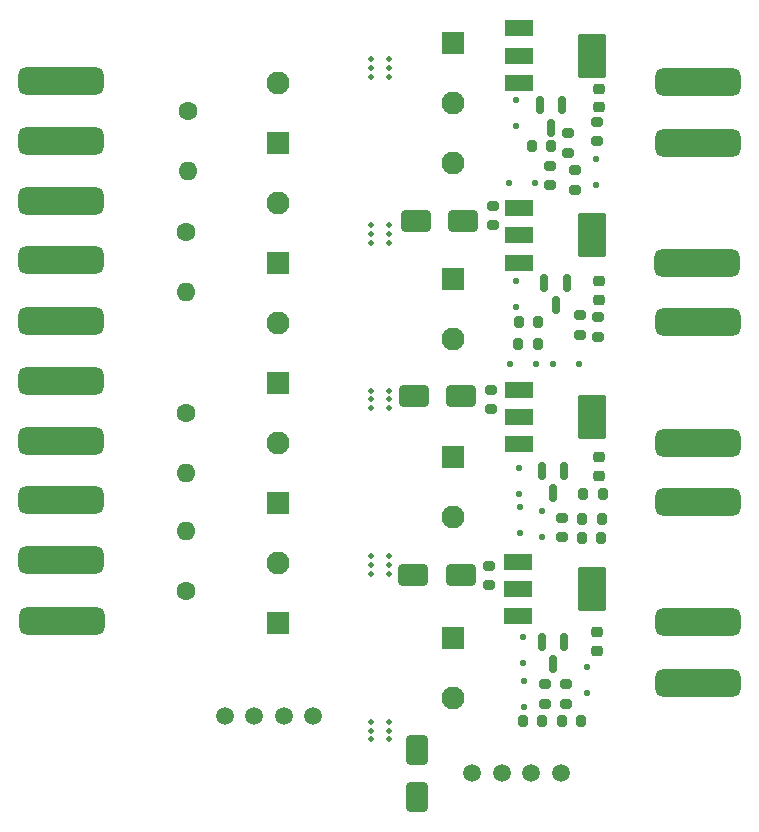
<source format=gbr>
%TF.GenerationSoftware,KiCad,Pcbnew,7.0.11*%
%TF.CreationDate,2024-11-09T09:44:04-05:00*%
%TF.ProjectId,14.1.4 - PMOS - PLC Connector Combined,31342e31-2e34-4202-9d20-504d4f53202d,rev?*%
%TF.SameCoordinates,Original*%
%TF.FileFunction,Soldermask,Top*%
%TF.FilePolarity,Negative*%
%FSLAX46Y46*%
G04 Gerber Fmt 4.6, Leading zero omitted, Abs format (unit mm)*
G04 Created by KiCad (PCBNEW 7.0.11) date 2024-11-09 09:44:04*
%MOMM*%
%LPD*%
G01*
G04 APERTURE LIST*
G04 Aperture macros list*
%AMRoundRect*
0 Rectangle with rounded corners*
0 $1 Rounding radius*
0 $2 $3 $4 $5 $6 $7 $8 $9 X,Y pos of 4 corners*
0 Add a 4 corners polygon primitive as box body*
4,1,4,$2,$3,$4,$5,$6,$7,$8,$9,$2,$3,0*
0 Add four circle primitives for the rounded corners*
1,1,$1+$1,$2,$3*
1,1,$1+$1,$4,$5*
1,1,$1+$1,$6,$7*
1,1,$1+$1,$8,$9*
0 Add four rect primitives between the rounded corners*
20,1,$1+$1,$2,$3,$4,$5,0*
20,1,$1+$1,$4,$5,$6,$7,0*
20,1,$1+$1,$6,$7,$8,$9,0*
20,1,$1+$1,$8,$9,$2,$3,0*%
G04 Aperture macros list end*
%ADD10RoundRect,0.200000X-0.275000X0.200000X-0.275000X-0.200000X0.275000X-0.200000X0.275000X0.200000X0*%
%ADD11RoundRect,0.125000X0.125000X-0.125000X0.125000X0.125000X-0.125000X0.125000X-0.125000X-0.125000X0*%
%ADD12R,1.950000X1.950000*%
%ADD13C,1.950000*%
%ADD14RoundRect,0.572500X-3.045750X-0.572500X3.045750X-0.572500X3.045750X0.572500X-3.045750X0.572500X0*%
%ADD15C,0.500000*%
%ADD16RoundRect,0.200000X0.275000X-0.200000X0.275000X0.200000X-0.275000X0.200000X-0.275000X-0.200000X0*%
%ADD17RoundRect,0.218750X0.256250X-0.218750X0.256250X0.218750X-0.256250X0.218750X-0.256250X-0.218750X0*%
%ADD18RoundRect,0.125000X-0.125000X0.125000X-0.125000X-0.125000X0.125000X-0.125000X0.125000X0.125000X0*%
%ADD19RoundRect,0.102000X-1.100000X-0.600000X1.100000X-0.600000X1.100000X0.600000X-1.100000X0.600000X0*%
%ADD20RoundRect,0.102000X-1.100000X-1.750000X1.100000X-1.750000X1.100000X1.750000X-1.100000X1.750000X0*%
%ADD21RoundRect,0.200000X0.200000X0.275000X-0.200000X0.275000X-0.200000X-0.275000X0.200000X-0.275000X0*%
%ADD22RoundRect,0.250000X-0.650000X1.000000X-0.650000X-1.000000X0.650000X-1.000000X0.650000X1.000000X0*%
%ADD23RoundRect,0.150000X-0.150000X0.587500X-0.150000X-0.587500X0.150000X-0.587500X0.150000X0.587500X0*%
%ADD24RoundRect,0.200000X-0.200000X-0.275000X0.200000X-0.275000X0.200000X0.275000X-0.200000X0.275000X0*%
%ADD25RoundRect,0.250000X-1.000000X-0.650000X1.000000X-0.650000X1.000000X0.650000X-1.000000X0.650000X0*%
%ADD26RoundRect,0.125000X-0.125000X-0.125000X0.125000X-0.125000X0.125000X0.125000X-0.125000X0.125000X0*%
%ADD27C,1.600000*%
%ADD28O,1.600000X1.600000*%
%ADD29C,1.498600*%
%ADD30RoundRect,0.125000X0.125000X0.125000X-0.125000X0.125000X-0.125000X-0.125000X0.125000X-0.125000X0*%
G04 APERTURE END LIST*
D10*
%TO.C,R3*%
X110880000Y-82750000D03*
X110880000Y-84400000D03*
%TD*%
%TO.C,R7*%
X110530000Y-113230000D03*
X110530000Y-114880000D03*
%TD*%
D11*
%TO.C,D13*%
X118840000Y-123980000D03*
X118840000Y-121780000D03*
%TD*%
D12*
%TO.C,J317*%
X107500000Y-89000000D03*
D13*
X107500000Y-94080000D03*
%TD*%
D14*
%TO.C,J302*%
X128210000Y-118050000D03*
%TD*%
D15*
%TO.C,mouse-bite-2mm-slot*%
X100550000Y-85890000D03*
X102050000Y-85890000D03*
X100550000Y-85140000D03*
X102050000Y-85140000D03*
X100550000Y-84390000D03*
X102050000Y-84390000D03*
%TD*%
D16*
%TO.C,R17*%
X119660000Y-77310000D03*
X119660000Y-75660000D03*
%TD*%
D15*
%TO.C,mouse-bite-2mm-slot*%
X100550000Y-127950000D03*
X102050000Y-127950000D03*
X100550000Y-127200000D03*
X102050000Y-127200000D03*
X100550000Y-126450000D03*
X102050000Y-126450000D03*
%TD*%
D17*
%TO.C,D3*%
X119690000Y-120455000D03*
X119690000Y-118880000D03*
%TD*%
D14*
%TO.C,J310*%
X128240000Y-72320000D03*
%TD*%
D18*
%TO.C,D7*%
X115040000Y-108642500D03*
X115040000Y-110842500D03*
%TD*%
D19*
%TO.C,U1*%
X113070000Y-67750000D03*
X113070000Y-70050000D03*
X113070000Y-72350000D03*
D20*
X119270000Y-70050000D03*
%TD*%
D16*
%TO.C,R5*%
X116700000Y-110840000D03*
X116700000Y-109190000D03*
%TD*%
D18*
%TO.C,D14*%
X113190000Y-108302500D03*
X113190000Y-110502500D03*
%TD*%
D21*
%TO.C,R21*%
X114685000Y-92570000D03*
X113035000Y-92570000D03*
%TD*%
%TO.C,R14*%
X120030000Y-110880000D03*
X118380000Y-110880000D03*
%TD*%
D14*
%TO.C,J210*%
X74278250Y-72187224D03*
%TD*%
D19*
%TO.C,U3*%
X113030000Y-98330000D03*
X113030000Y-100630000D03*
X113030000Y-102930000D03*
D20*
X119230000Y-100630000D03*
%TD*%
D18*
%TO.C,D11*%
X113110000Y-104942500D03*
X113110000Y-107142500D03*
%TD*%
D17*
%TO.C,D1*%
X119820000Y-74437500D03*
X119820000Y-72862500D03*
%TD*%
D14*
%TO.C,J209*%
X74278250Y-77245000D03*
%TD*%
D10*
%TO.C,R6*%
X110680000Y-98335000D03*
X110680000Y-99985000D03*
%TD*%
D22*
%TO.C,D303*%
X104400000Y-128862500D03*
X104400000Y-132862500D03*
%TD*%
D23*
%TO.C,Q1*%
X116880000Y-119700000D03*
X114980000Y-119700000D03*
X115930000Y-121575000D03*
%TD*%
D24*
%TO.C,R18*%
X118415000Y-109310000D03*
X120065000Y-109310000D03*
%TD*%
D14*
%TO.C,J314*%
X128230000Y-102820000D03*
%TD*%
%TO.C,J311*%
X128260000Y-92650000D03*
%TD*%
D19*
%TO.C,U4*%
X113020000Y-112910000D03*
X113020000Y-115210000D03*
X113020000Y-117510000D03*
D20*
X119220000Y-115210000D03*
%TD*%
D14*
%TO.C,J206*%
X74308250Y-92488334D03*
%TD*%
D11*
%TO.C,D6*%
X112830000Y-91357500D03*
X112830000Y-89157500D03*
%TD*%
D14*
%TO.C,J306*%
X128180000Y-87590000D03*
%TD*%
%TO.C,J307*%
X128230000Y-123140000D03*
%TD*%
D25*
%TO.C,D302*%
X104120000Y-113990000D03*
X108120000Y-113990000D03*
%TD*%
D24*
%TO.C,R12*%
X118520000Y-107180000D03*
X120170000Y-107180000D03*
%TD*%
D26*
%TO.C,D15*%
X112350000Y-96140000D03*
X114550000Y-96140000D03*
%TD*%
D14*
%TO.C,J202*%
X74298250Y-112799446D03*
%TD*%
%TO.C,J309*%
X128230000Y-77420000D03*
%TD*%
D23*
%TO.C,Q2*%
X116900000Y-105240000D03*
X115000000Y-105240000D03*
X115950000Y-107115000D03*
%TD*%
D11*
%TO.C,D5*%
X112800000Y-76017500D03*
X112800000Y-73817500D03*
%TD*%
D19*
%TO.C,U2*%
X113090000Y-82980000D03*
X113090000Y-85280000D03*
X113090000Y-87580000D03*
D20*
X119290000Y-85280000D03*
%TD*%
D16*
%TO.C,R10*%
X119780000Y-93860000D03*
X119780000Y-92210000D03*
%TD*%
D27*
%TO.C,R204*%
X85008250Y-74782224D03*
D28*
X85008250Y-79862224D03*
%TD*%
D12*
%TO.C,J222*%
X92640000Y-97740000D03*
D13*
X92640000Y-92660000D03*
%TD*%
D14*
%TO.C,J203*%
X74308250Y-107721668D03*
%TD*%
D11*
%TO.C,D12*%
X113460000Y-125200000D03*
X113460000Y-123000000D03*
%TD*%
D27*
%TO.C,R202*%
X84918250Y-100297224D03*
D28*
X84918250Y-105377224D03*
%TD*%
D24*
%TO.C,R20*%
X113020000Y-94460000D03*
X114670000Y-94460000D03*
%TD*%
%TO.C,R4*%
X114135000Y-77680000D03*
X115785000Y-77680000D03*
%TD*%
D14*
%TO.C,J315*%
X128210000Y-107880000D03*
%TD*%
%TO.C,J208*%
X74298250Y-82342778D03*
%TD*%
D12*
%TO.C,J224*%
X92640000Y-118060000D03*
D13*
X92640000Y-112980000D03*
%TD*%
D12*
%TO.C,J320*%
X107500000Y-104000000D03*
D13*
X107500000Y-109080000D03*
%TD*%
D25*
%TO.C,D301*%
X104160000Y-98860000D03*
X108160000Y-98860000D03*
%TD*%
D27*
%TO.C,R201*%
X84878250Y-115392224D03*
D28*
X84878250Y-110312224D03*
%TD*%
D23*
%TO.C,Q3*%
X117120000Y-89315000D03*
X115220000Y-89315000D03*
X116170000Y-91190000D03*
%TD*%
D29*
%TO.C,J226*%
X95660000Y-125970000D03*
X93160000Y-125970000D03*
X90660000Y-125970000D03*
X88160000Y-125970000D03*
%TD*%
D14*
%TO.C,J201*%
X74370000Y-117920000D03*
%TD*%
D21*
%TO.C,R8*%
X115040000Y-126430000D03*
X113390000Y-126430000D03*
%TD*%
D24*
%TO.C,R11*%
X116690000Y-126380000D03*
X118340000Y-126380000D03*
%TD*%
D30*
%TO.C,D10*%
X118160000Y-96160000D03*
X115960000Y-96160000D03*
%TD*%
D12*
%TO.C,J318*%
X107500000Y-69000000D03*
D13*
X107500000Y-74080000D03*
X107500000Y-79160000D03*
%TD*%
D16*
%TO.C,R9*%
X117850000Y-81405000D03*
X117850000Y-79755000D03*
%TD*%
D17*
%TO.C,D4*%
X119820000Y-105625000D03*
X119820000Y-104050000D03*
%TD*%
D26*
%TO.C,D16*%
X112230000Y-80860000D03*
X114430000Y-80860000D03*
%TD*%
D16*
%TO.C,R19*%
X115260000Y-124935000D03*
X115260000Y-123285000D03*
%TD*%
D10*
%TO.C,R15*%
X118220000Y-92030000D03*
X118220000Y-93680000D03*
%TD*%
D15*
%TO.C,mouse-bite-2mm-slot*%
X100550000Y-99910000D03*
X102050000Y-99910000D03*
X100550000Y-99160000D03*
X102050000Y-99160000D03*
X100550000Y-98410000D03*
X102050000Y-98410000D03*
%TD*%
D25*
%TO.C,D309*%
X104360000Y-84070000D03*
X108360000Y-84070000D03*
%TD*%
D15*
%TO.C,mouse-bite-2mm-slot*%
X100550000Y-113920000D03*
X102050000Y-113920000D03*
X100550000Y-113170000D03*
X102050000Y-113170000D03*
X100550000Y-112420000D03*
X102050000Y-112420000D03*
%TD*%
D27*
%TO.C,R203*%
X84918250Y-85002224D03*
D28*
X84918250Y-90082224D03*
%TD*%
D23*
%TO.C,Q4*%
X116710000Y-74272500D03*
X114810000Y-74272500D03*
X115760000Y-76147500D03*
%TD*%
D14*
%TO.C,J204*%
X74298250Y-102653890D03*
%TD*%
%TO.C,J207*%
X74308250Y-87400556D03*
%TD*%
%TO.C,J205*%
X74280000Y-97590000D03*
%TD*%
D12*
%TO.C,J221*%
X92640000Y-107900000D03*
D13*
X92640000Y-102820000D03*
%TD*%
D11*
%TO.C,D8*%
X113450000Y-121457500D03*
X113450000Y-119257500D03*
%TD*%
D12*
%TO.C,J223*%
X92640000Y-77420000D03*
D13*
X92640000Y-72340000D03*
%TD*%
D12*
%TO.C,J225*%
X92640000Y-87580000D03*
D13*
X92640000Y-82500000D03*
%TD*%
D17*
%TO.C,D2*%
X119820000Y-90710000D03*
X119820000Y-89135000D03*
%TD*%
D10*
%TO.C,R13*%
X117040000Y-123265000D03*
X117040000Y-124915000D03*
%TD*%
D15*
%TO.C,mouse-bite-2mm-slot*%
X100540000Y-71860000D03*
X102040000Y-71860000D03*
X100540000Y-71110000D03*
X102040000Y-71110000D03*
X100540000Y-70360000D03*
X102040000Y-70360000D03*
%TD*%
D16*
%TO.C,R1*%
X115700000Y-81025000D03*
X115700000Y-79375000D03*
%TD*%
D11*
%TO.C,D9*%
X119590000Y-81010000D03*
X119590000Y-78810000D03*
%TD*%
D12*
%TO.C,J319*%
X107500000Y-119400000D03*
D13*
X107500000Y-124480000D03*
%TD*%
D16*
%TO.C,R2*%
X117260000Y-78270000D03*
X117260000Y-76620000D03*
%TD*%
D29*
%TO.C,J321*%
X116620000Y-130760000D03*
X114120000Y-130760000D03*
X111620000Y-130760000D03*
X109120000Y-130760000D03*
%TD*%
M02*

</source>
